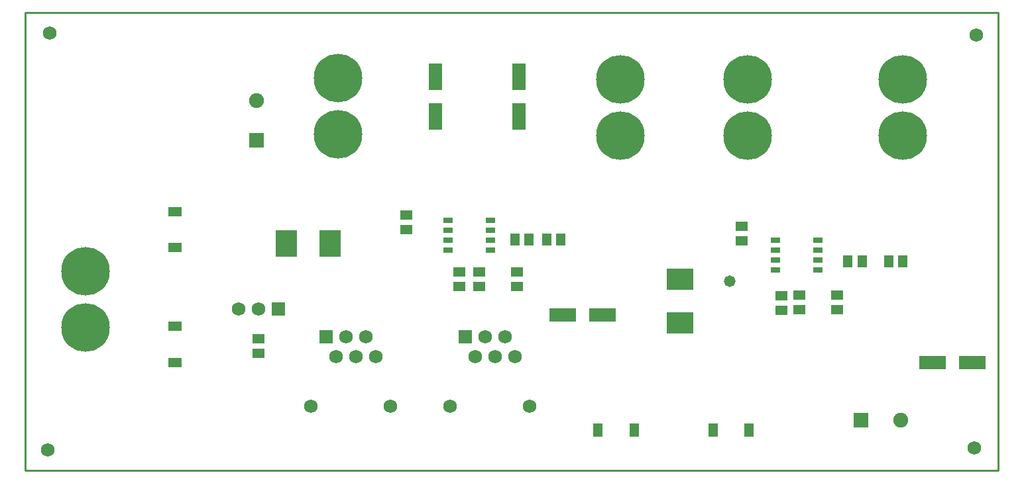
<source format=gts>
G04*
G04 #@! TF.GenerationSoftware,Altium Limited,Altium Designer,19.1.8 (144)*
G04*
G04 Layer_Color=8388736*
%FSLAX25Y25*%
%MOIN*%
G70*
G01*
G75*
%ADD10C,0.01000*%
%ADD23R,0.13398X0.07099*%
%ADD24R,0.07099X0.13398*%
%ADD25R,0.05131X0.02769*%
%ADD26R,0.05918X0.04934*%
%ADD27R,0.10642X0.13595*%
%ADD28R,0.13595X0.10642*%
%ADD29R,0.06312X0.04934*%
%ADD30R,0.04934X0.05918*%
%ADD31R,0.04934X0.06312*%
%ADD32R,0.04737X0.06706*%
%ADD33R,0.06706X0.04737*%
%ADD34C,0.24422*%
%ADD35C,0.06800*%
%ADD36R,0.06800X0.06800*%
%ADD37C,0.07493*%
%ADD38R,0.07493X0.07493*%
%ADD39R,0.07493X0.07493*%
%ADD40C,0.05800*%
D10*
X900Y600D02*
X490300D01*
X490300Y231300D02*
X490300Y600D01*
X900Y231300D02*
X490300D01*
X900D02*
X900Y600D01*
D23*
X271000Y79000D02*
D03*
X291079D02*
D03*
X457000Y55000D02*
D03*
X477079D02*
D03*
D24*
X207000Y178921D02*
D03*
Y199000D02*
D03*
X249000Y179000D02*
D03*
Y199079D02*
D03*
D25*
X234760Y116500D02*
D03*
Y121500D02*
D03*
Y126500D02*
D03*
Y111500D02*
D03*
X213500D02*
D03*
Y126500D02*
D03*
Y121500D02*
D03*
Y116500D02*
D03*
X399362Y106528D02*
D03*
Y111528D02*
D03*
Y116528D02*
D03*
Y101528D02*
D03*
X378102D02*
D03*
Y116528D02*
D03*
Y111528D02*
D03*
Y106528D02*
D03*
D26*
X118000Y67000D02*
D03*
Y59716D02*
D03*
X381000Y81433D02*
D03*
Y88717D02*
D03*
X219000Y93217D02*
D03*
Y100500D02*
D03*
X248000Y93217D02*
D03*
Y100500D02*
D03*
X409000Y81717D02*
D03*
Y89000D02*
D03*
D27*
X154047Y115000D02*
D03*
X132000D02*
D03*
D28*
X330000Y97000D02*
D03*
Y74953D02*
D03*
D29*
X192500Y121858D02*
D03*
Y129142D02*
D03*
X361000Y116358D02*
D03*
Y123642D02*
D03*
X229000Y100500D02*
D03*
Y93217D02*
D03*
X390000Y89000D02*
D03*
Y81717D02*
D03*
D30*
X442283Y106000D02*
D03*
X435000D02*
D03*
X270284Y117000D02*
D03*
X263000D02*
D03*
D31*
X414358Y106000D02*
D03*
X421642D02*
D03*
X247000Y117000D02*
D03*
X254283D02*
D03*
D32*
X346756Y21020D02*
D03*
X364866Y21000D02*
D03*
X306992Y21020D02*
D03*
X288685Y21000D02*
D03*
D33*
X76000Y113000D02*
D03*
X76020Y131110D02*
D03*
X76000Y73236D02*
D03*
X76020Y54929D02*
D03*
D34*
X442000Y197575D02*
D03*
Y169228D02*
D03*
X300112Y197575D02*
D03*
Y169228D02*
D03*
X158000Y198346D02*
D03*
Y170000D02*
D03*
X364112Y197575D02*
D03*
Y169228D02*
D03*
X31000Y101000D02*
D03*
Y72654D02*
D03*
D35*
X108000Y82000D02*
D03*
X118000D02*
D03*
X177000Y58000D02*
D03*
X167000D02*
D03*
X157000D02*
D03*
X172000Y68000D02*
D03*
X162000D02*
D03*
X184500Y33000D02*
D03*
X144500D02*
D03*
X247000Y58000D02*
D03*
X237000D02*
D03*
X227000D02*
D03*
X242000Y68000D02*
D03*
X232000D02*
D03*
X254500Y33000D02*
D03*
X214500D02*
D03*
X13000Y221000D02*
D03*
X12000Y11000D02*
D03*
X479000Y220000D02*
D03*
X478000Y12000D02*
D03*
D36*
X128000Y82000D02*
D03*
X152000Y68000D02*
D03*
X222000D02*
D03*
D37*
X441000Y26000D02*
D03*
X117000Y187000D02*
D03*
D38*
X421000Y26000D02*
D03*
D39*
X117000Y167000D02*
D03*
D40*
X355000Y96000D02*
D03*
M02*

</source>
